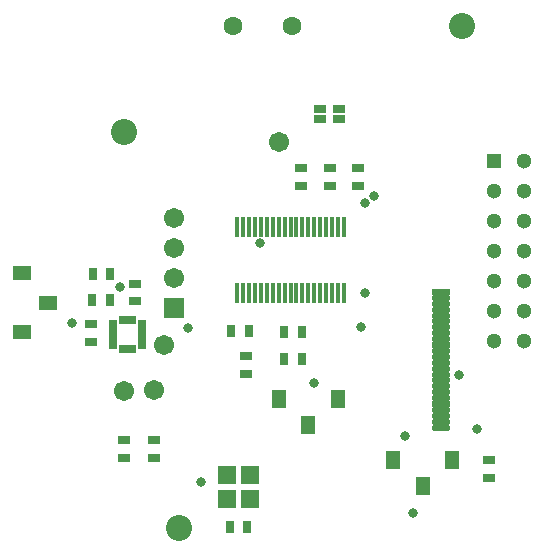
<source format=gts>
G04*
G04 #@! TF.GenerationSoftware,Altium Limited,Altium Designer,22.7.1 (60)*
G04*
G04 Layer_Color=8388736*
%FSLAX44Y44*%
%MOMM*%
G71*
G04*
G04 #@! TF.SameCoordinates,C2A282E5-0786-4D7F-951A-2C12EB248FEB*
G04*
G04*
G04 #@! TF.FilePolarity,Negative*
G04*
G01*
G75*
%ADD25R,1.3000X1.3000*%
%ADD30R,1.6032X1.2032*%
%ADD31R,1.0032X0.7532*%
%ADD32R,0.6932X0.5532*%
%ADD33R,0.5532X0.6932*%
%ADD34R,0.6932X0.5032*%
%ADD35R,0.7000X1.0000*%
%ADD36R,1.0000X0.7000*%
%ADD37R,1.5032X1.5032*%
%ADD38R,1.5032X1.5032*%
%ADD39O,1.6032X0.5032*%
%ADD40R,0.4000X1.7000*%
%ADD41R,1.6032X0.5032*%
%ADD42R,1.2032X1.6032*%
%ADD43C,2.2032*%
%ADD44C,1.7032*%
%ADD45C,1.3000*%
%ADD46C,1.6012*%
%ADD47R,1.7032X1.7032*%
%ADD48C,0.8032*%
D25*
X450600Y356200D02*
D03*
D30*
X73000Y236000D02*
D03*
X51000Y261000D02*
D03*
Y211000D02*
D03*
D31*
X319000Y400000D02*
D03*
X303000D02*
D03*
Y391000D02*
D03*
X319000D02*
D03*
D32*
X127400Y219000D02*
D03*
Y214000D02*
D03*
Y209000D02*
D03*
Y204000D02*
D03*
Y199000D02*
D03*
X152600D02*
D03*
Y204000D02*
D03*
Y209000D02*
D03*
Y214000D02*
D03*
D33*
X135000Y196400D02*
D03*
X140000D02*
D03*
X145000D02*
D03*
Y221600D02*
D03*
X135000D02*
D03*
X140000D02*
D03*
D34*
X152600Y219000D02*
D03*
D35*
X241500Y46000D02*
D03*
X226500D02*
D03*
X110500Y260000D02*
D03*
X125500D02*
D03*
X287500Y211000D02*
D03*
Y188000D02*
D03*
X227500Y212000D02*
D03*
X125000Y238000D02*
D03*
X242500Y212000D02*
D03*
X272500Y211000D02*
D03*
Y188000D02*
D03*
X110000Y238000D02*
D03*
D36*
X335000Y349500D02*
D03*
Y334500D02*
D03*
X311000Y349500D02*
D03*
Y334500D02*
D03*
X287000Y349500D02*
D03*
Y334500D02*
D03*
X446000Y102500D02*
D03*
Y87500D02*
D03*
X146000Y252000D02*
D03*
X109000Y202500D02*
D03*
X137000Y104500D02*
D03*
Y119500D02*
D03*
X240000Y190500D02*
D03*
Y175500D02*
D03*
X109000Y217500D02*
D03*
X162000Y104500D02*
D03*
Y119500D02*
D03*
X146000Y237000D02*
D03*
D37*
X244000Y90000D02*
D03*
X224000Y70000D02*
D03*
Y90000D02*
D03*
D38*
X244000Y70000D02*
D03*
D39*
X405000Y160000D02*
D03*
Y175000D02*
D03*
Y240000D02*
D03*
Y130000D02*
D03*
Y135000D02*
D03*
Y140000D02*
D03*
Y145000D02*
D03*
Y155000D02*
D03*
Y165000D02*
D03*
Y170000D02*
D03*
Y180000D02*
D03*
Y185000D02*
D03*
Y190000D02*
D03*
Y195000D02*
D03*
Y205000D02*
D03*
Y210000D02*
D03*
Y215000D02*
D03*
Y220000D02*
D03*
Y225000D02*
D03*
Y230000D02*
D03*
Y235000D02*
D03*
D40*
X283000Y244000D02*
D03*
X233000D02*
D03*
X238000D02*
D03*
X243000D02*
D03*
X248000D02*
D03*
X253000D02*
D03*
X273000D02*
D03*
X268000D02*
D03*
X263000D02*
D03*
X258000D02*
D03*
X293000D02*
D03*
X288000D02*
D03*
X278000D02*
D03*
X313000D02*
D03*
X308000D02*
D03*
X303000D02*
D03*
X298000D02*
D03*
X323000D02*
D03*
X318000D02*
D03*
Y300000D02*
D03*
X323000D02*
D03*
X298000D02*
D03*
X303000D02*
D03*
X308000D02*
D03*
X313000D02*
D03*
X278000D02*
D03*
X283000D02*
D03*
X288000D02*
D03*
X293000D02*
D03*
X258000D02*
D03*
X263000D02*
D03*
X268000D02*
D03*
X273000D02*
D03*
X253000D02*
D03*
X248000D02*
D03*
X243000D02*
D03*
X238000D02*
D03*
X233000D02*
D03*
D41*
X405000Y150000D02*
D03*
Y200000D02*
D03*
Y245000D02*
D03*
D42*
X268000Y154000D02*
D03*
X318000D02*
D03*
X293000Y132000D02*
D03*
X365000Y103000D02*
D03*
X415000D02*
D03*
X390000Y81000D02*
D03*
D43*
X137270Y380270D02*
D03*
X183270Y45270D02*
D03*
X422780Y470336D02*
D03*
D44*
X170885Y200000D02*
D03*
X268000Y372000D02*
D03*
X137000Y161000D02*
D03*
X162000Y162000D02*
D03*
X179000Y307800D02*
D03*
Y282400D02*
D03*
Y257000D02*
D03*
D45*
X450600Y254600D02*
D03*
X476000Y356200D02*
D03*
Y330800D02*
D03*
X450600D02*
D03*
X476000Y305400D02*
D03*
X450600D02*
D03*
X476000Y280000D02*
D03*
X450600D02*
D03*
X476000Y254600D02*
D03*
Y229200D02*
D03*
X450600D02*
D03*
X476000Y203800D02*
D03*
X450600D02*
D03*
D46*
X279000Y470000D02*
D03*
X229000D02*
D03*
D47*
X179000Y231600D02*
D03*
D48*
X421000Y175000D02*
D03*
X338000Y215000D02*
D03*
X341000Y244000D02*
D03*
X436000Y129000D02*
D03*
X298000Y168000D02*
D03*
X191000Y214000D02*
D03*
X202000Y84000D02*
D03*
X93000Y219000D02*
D03*
X134000Y249000D02*
D03*
X341247Y320627D02*
D03*
X349000Y326000D02*
D03*
X374920Y123000D02*
D03*
X382000Y58000D02*
D03*
X252000Y286460D02*
D03*
M02*

</source>
